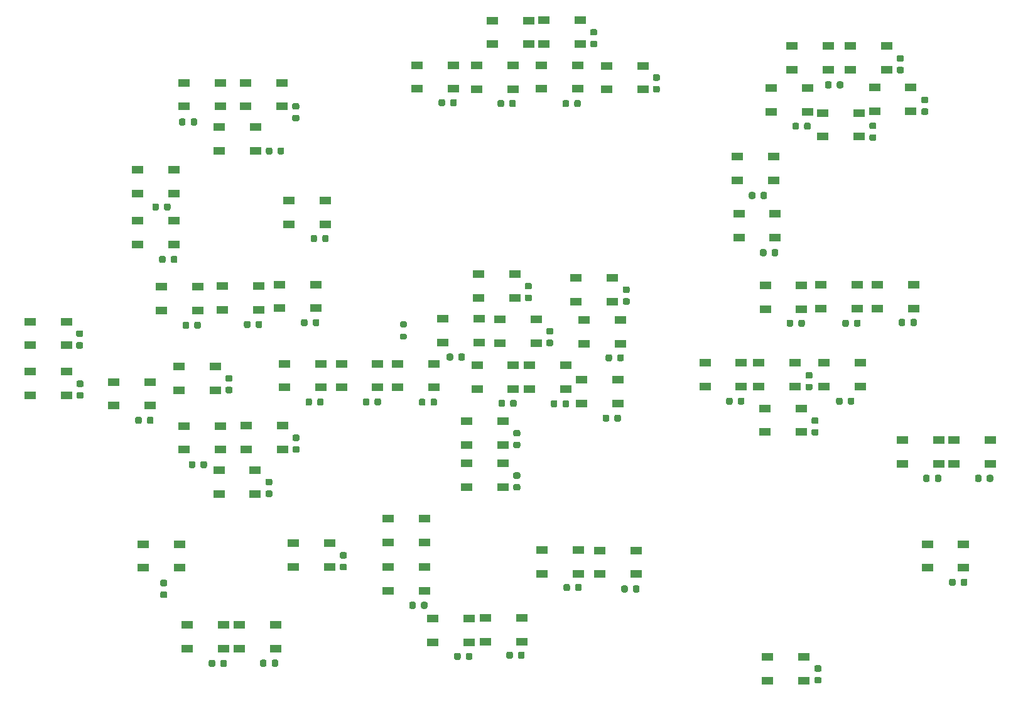
<source format=gbr>
%TF.GenerationSoftware,KiCad,Pcbnew,(5.1.9)-1*%
%TF.CreationDate,2022-08-07T13:29:13-06:00*%
%TF.ProjectId,ECS Panel PCB V2,45435320-5061-46e6-956c-205043422056,rev?*%
%TF.SameCoordinates,Original*%
%TF.FileFunction,Paste,Top*%
%TF.FilePolarity,Positive*%
%FSLAX46Y46*%
G04 Gerber Fmt 4.6, Leading zero omitted, Abs format (unit mm)*
G04 Created by KiCad (PCBNEW (5.1.9)-1) date 2022-08-07 13:29:13*
%MOMM*%
%LPD*%
G01*
G04 APERTURE LIST*
%ADD10R,1.500000X1.000000*%
G04 APERTURE END LIST*
D10*
%TO.C,D8*%
X49213600Y-82804200D03*
X49213600Y-86004200D03*
X54113600Y-82804200D03*
X54113600Y-86004200D03*
%TD*%
%TO.C,C62*%
G36*
G01*
X89043750Y-130862000D02*
X89556250Y-130862000D01*
G75*
G02*
X89775000Y-131080750I0J-218750D01*
G01*
X89775000Y-131518250D01*
G75*
G02*
X89556250Y-131737000I-218750J0D01*
G01*
X89043750Y-131737000D01*
G75*
G02*
X88825000Y-131518250I0J218750D01*
G01*
X88825000Y-131080750D01*
G75*
G02*
X89043750Y-130862000I218750J0D01*
G01*
G37*
G36*
G01*
X89043750Y-129287000D02*
X89556250Y-129287000D01*
G75*
G02*
X89775000Y-129505750I0J-218750D01*
G01*
X89775000Y-129943250D01*
G75*
G02*
X89556250Y-130162000I-218750J0D01*
G01*
X89043750Y-130162000D01*
G75*
G02*
X88825000Y-129943250I0J218750D01*
G01*
X88825000Y-129505750D01*
G75*
G02*
X89043750Y-129287000I218750J0D01*
G01*
G37*
%TD*%
%TO.C,C61*%
G36*
G01*
X89043750Y-125162000D02*
X89556250Y-125162000D01*
G75*
G02*
X89775000Y-125380750I0J-218750D01*
G01*
X89775000Y-125818250D01*
G75*
G02*
X89556250Y-126037000I-218750J0D01*
G01*
X89043750Y-126037000D01*
G75*
G02*
X88825000Y-125818250I0J218750D01*
G01*
X88825000Y-125380750D01*
G75*
G02*
X89043750Y-125162000I218750J0D01*
G01*
G37*
G36*
G01*
X89043750Y-123587000D02*
X89556250Y-123587000D01*
G75*
G02*
X89775000Y-123805750I0J-218750D01*
G01*
X89775000Y-124243250D01*
G75*
G02*
X89556250Y-124462000I-218750J0D01*
G01*
X89043750Y-124462000D01*
G75*
G02*
X88825000Y-124243250I0J218750D01*
G01*
X88825000Y-123805750D01*
G75*
G02*
X89043750Y-123587000I218750J0D01*
G01*
G37*
%TD*%
%TO.C,C60*%
G36*
G01*
X56262500Y-155256250D02*
X56262500Y-154743750D01*
G75*
G02*
X56481250Y-154525000I218750J0D01*
G01*
X56918750Y-154525000D01*
G75*
G02*
X57137500Y-154743750I0J-218750D01*
G01*
X57137500Y-155256250D01*
G75*
G02*
X56918750Y-155475000I-218750J0D01*
G01*
X56481250Y-155475000D01*
G75*
G02*
X56262500Y-155256250I0J218750D01*
G01*
G37*
G36*
G01*
X54687500Y-155256250D02*
X54687500Y-154743750D01*
G75*
G02*
X54906250Y-154525000I218750J0D01*
G01*
X55343750Y-154525000D01*
G75*
G02*
X55562500Y-154743750I0J-218750D01*
G01*
X55562500Y-155256250D01*
G75*
G02*
X55343750Y-155475000I-218750J0D01*
G01*
X54906250Y-155475000D01*
G75*
G02*
X54687500Y-155256250I0J218750D01*
G01*
G37*
%TD*%
%TO.C,C59*%
G36*
G01*
X123662000Y-99956250D02*
X123662000Y-99443750D01*
G75*
G02*
X123880750Y-99225000I218750J0D01*
G01*
X124318250Y-99225000D01*
G75*
G02*
X124537000Y-99443750I0J-218750D01*
G01*
X124537000Y-99956250D01*
G75*
G02*
X124318250Y-100175000I-218750J0D01*
G01*
X123880750Y-100175000D01*
G75*
G02*
X123662000Y-99956250I0J218750D01*
G01*
G37*
G36*
G01*
X122087000Y-99956250D02*
X122087000Y-99443750D01*
G75*
G02*
X122305750Y-99225000I218750J0D01*
G01*
X122743250Y-99225000D01*
G75*
G02*
X122962000Y-99443750I0J-218750D01*
G01*
X122962000Y-99956250D01*
G75*
G02*
X122743250Y-100175000I-218750J0D01*
G01*
X122305750Y-100175000D01*
G75*
G02*
X122087000Y-99956250I0J218750D01*
G01*
G37*
%TD*%
%TO.C,C58*%
G36*
G01*
X134762000Y-109456250D02*
X134762000Y-108943750D01*
G75*
G02*
X134980750Y-108725000I218750J0D01*
G01*
X135418250Y-108725000D01*
G75*
G02*
X135637000Y-108943750I0J-218750D01*
G01*
X135637000Y-109456250D01*
G75*
G02*
X135418250Y-109675000I-218750J0D01*
G01*
X134980750Y-109675000D01*
G75*
G02*
X134762000Y-109456250I0J218750D01*
G01*
G37*
G36*
G01*
X133187000Y-109456250D02*
X133187000Y-108943750D01*
G75*
G02*
X133405750Y-108725000I218750J0D01*
G01*
X133843250Y-108725000D01*
G75*
G02*
X134062000Y-108943750I0J-218750D01*
G01*
X134062000Y-109456250D01*
G75*
G02*
X133843250Y-109675000I-218750J0D01*
G01*
X133405750Y-109675000D01*
G75*
G02*
X133187000Y-109456250I0J218750D01*
G01*
G37*
%TD*%
%TO.C,C57*%
G36*
G01*
X142362000Y-109356250D02*
X142362000Y-108843750D01*
G75*
G02*
X142580750Y-108625000I218750J0D01*
G01*
X143018250Y-108625000D01*
G75*
G02*
X143237000Y-108843750I0J-218750D01*
G01*
X143237000Y-109356250D01*
G75*
G02*
X143018250Y-109575000I-218750J0D01*
G01*
X142580750Y-109575000D01*
G75*
G02*
X142362000Y-109356250I0J218750D01*
G01*
G37*
G36*
G01*
X140787000Y-109356250D02*
X140787000Y-108843750D01*
G75*
G02*
X141005750Y-108625000I218750J0D01*
G01*
X141443250Y-108625000D01*
G75*
G02*
X141662000Y-108843750I0J-218750D01*
G01*
X141662000Y-109356250D01*
G75*
G02*
X141443250Y-109575000I-218750J0D01*
G01*
X141005750Y-109575000D01*
G75*
G02*
X140787000Y-109356250I0J218750D01*
G01*
G37*
%TD*%
%TO.C,C56*%
G36*
G01*
X122162000Y-92256250D02*
X122162000Y-91743750D01*
G75*
G02*
X122380750Y-91525000I218750J0D01*
G01*
X122818250Y-91525000D01*
G75*
G02*
X123037000Y-91743750I0J-218750D01*
G01*
X123037000Y-92256250D01*
G75*
G02*
X122818250Y-92475000I-218750J0D01*
G01*
X122380750Y-92475000D01*
G75*
G02*
X122162000Y-92256250I0J218750D01*
G01*
G37*
G36*
G01*
X120587000Y-92256250D02*
X120587000Y-91743750D01*
G75*
G02*
X120805750Y-91525000I218750J0D01*
G01*
X121243250Y-91525000D01*
G75*
G02*
X121462000Y-91743750I0J-218750D01*
G01*
X121462000Y-92256250D01*
G75*
G02*
X121243250Y-92475000I-218750J0D01*
G01*
X120805750Y-92475000D01*
G75*
G02*
X120587000Y-92256250I0J218750D01*
G01*
G37*
%TD*%
%TO.C,C55*%
G36*
G01*
X137043750Y-83762500D02*
X137556250Y-83762500D01*
G75*
G02*
X137775000Y-83981250I0J-218750D01*
G01*
X137775000Y-84418750D01*
G75*
G02*
X137556250Y-84637500I-218750J0D01*
G01*
X137043750Y-84637500D01*
G75*
G02*
X136825000Y-84418750I0J218750D01*
G01*
X136825000Y-83981250D01*
G75*
G02*
X137043750Y-83762500I218750J0D01*
G01*
G37*
G36*
G01*
X137043750Y-82187500D02*
X137556250Y-82187500D01*
G75*
G02*
X137775000Y-82406250I0J-218750D01*
G01*
X137775000Y-82843750D01*
G75*
G02*
X137556250Y-83062500I-218750J0D01*
G01*
X137043750Y-83062500D01*
G75*
G02*
X136825000Y-82843750I0J218750D01*
G01*
X136825000Y-82406250D01*
G75*
G02*
X137043750Y-82187500I218750J0D01*
G01*
G37*
%TD*%
%TO.C,C54*%
G36*
G01*
X144043750Y-80262500D02*
X144556250Y-80262500D01*
G75*
G02*
X144775000Y-80481250I0J-218750D01*
G01*
X144775000Y-80918750D01*
G75*
G02*
X144556250Y-81137500I-218750J0D01*
G01*
X144043750Y-81137500D01*
G75*
G02*
X143825000Y-80918750I0J218750D01*
G01*
X143825000Y-80481250D01*
G75*
G02*
X144043750Y-80262500I218750J0D01*
G01*
G37*
G36*
G01*
X144043750Y-78687500D02*
X144556250Y-78687500D01*
G75*
G02*
X144775000Y-78906250I0J-218750D01*
G01*
X144775000Y-79343750D01*
G75*
G02*
X144556250Y-79562500I-218750J0D01*
G01*
X144043750Y-79562500D01*
G75*
G02*
X143825000Y-79343750I0J218750D01*
G01*
X143825000Y-78906250D01*
G75*
G02*
X144043750Y-78687500I218750J0D01*
G01*
G37*
%TD*%
%TO.C,C53*%
G36*
G01*
X140743750Y-74662500D02*
X141256250Y-74662500D01*
G75*
G02*
X141475000Y-74881250I0J-218750D01*
G01*
X141475000Y-75318750D01*
G75*
G02*
X141256250Y-75537500I-218750J0D01*
G01*
X140743750Y-75537500D01*
G75*
G02*
X140525000Y-75318750I0J218750D01*
G01*
X140525000Y-74881250D01*
G75*
G02*
X140743750Y-74662500I218750J0D01*
G01*
G37*
G36*
G01*
X140743750Y-73087500D02*
X141256250Y-73087500D01*
G75*
G02*
X141475000Y-73306250I0J-218750D01*
G01*
X141475000Y-73743750D01*
G75*
G02*
X141256250Y-73962500I-218750J0D01*
G01*
X140743750Y-73962500D01*
G75*
G02*
X140525000Y-73743750I0J218750D01*
G01*
X140525000Y-73306250D01*
G75*
G02*
X140743750Y-73087500I218750J0D01*
G01*
G37*
%TD*%
%TO.C,C52*%
G36*
G01*
X131738000Y-76843750D02*
X131738000Y-77356250D01*
G75*
G02*
X131519250Y-77575000I-218750J0D01*
G01*
X131081750Y-77575000D01*
G75*
G02*
X130863000Y-77356250I0J218750D01*
G01*
X130863000Y-76843750D01*
G75*
G02*
X131081750Y-76625000I218750J0D01*
G01*
X131519250Y-76625000D01*
G75*
G02*
X131738000Y-76843750I0J-218750D01*
G01*
G37*
G36*
G01*
X133313000Y-76843750D02*
X133313000Y-77356250D01*
G75*
G02*
X133094250Y-77575000I-218750J0D01*
G01*
X132656750Y-77575000D01*
G75*
G02*
X132438000Y-77356250I0J218750D01*
G01*
X132438000Y-76843750D01*
G75*
G02*
X132656750Y-76625000I218750J0D01*
G01*
X133094250Y-76625000D01*
G75*
G02*
X133313000Y-76843750I0J-218750D01*
G01*
G37*
%TD*%
%TO.C,C51*%
G36*
G01*
X127262000Y-109456250D02*
X127262000Y-108943750D01*
G75*
G02*
X127480750Y-108725000I218750J0D01*
G01*
X127918250Y-108725000D01*
G75*
G02*
X128137000Y-108943750I0J-218750D01*
G01*
X128137000Y-109456250D01*
G75*
G02*
X127918250Y-109675000I-218750J0D01*
G01*
X127480750Y-109675000D01*
G75*
G02*
X127262000Y-109456250I0J218750D01*
G01*
G37*
G36*
G01*
X125687000Y-109456250D02*
X125687000Y-108943750D01*
G75*
G02*
X125905750Y-108725000I218750J0D01*
G01*
X126343250Y-108725000D01*
G75*
G02*
X126562000Y-108943750I0J-218750D01*
G01*
X126562000Y-109456250D01*
G75*
G02*
X126343250Y-109675000I-218750J0D01*
G01*
X125905750Y-109675000D01*
G75*
G02*
X125687000Y-109456250I0J218750D01*
G01*
G37*
%TD*%
%TO.C,C50*%
G36*
G01*
X129643750Y-156862000D02*
X130156250Y-156862000D01*
G75*
G02*
X130375000Y-157080750I0J-218750D01*
G01*
X130375000Y-157518250D01*
G75*
G02*
X130156250Y-157737000I-218750J0D01*
G01*
X129643750Y-157737000D01*
G75*
G02*
X129425000Y-157518250I0J218750D01*
G01*
X129425000Y-157080750D01*
G75*
G02*
X129643750Y-156862000I218750J0D01*
G01*
G37*
G36*
G01*
X129643750Y-155287000D02*
X130156250Y-155287000D01*
G75*
G02*
X130375000Y-155505750I0J-218750D01*
G01*
X130375000Y-155943250D01*
G75*
G02*
X130156250Y-156162000I-218750J0D01*
G01*
X129643750Y-156162000D01*
G75*
G02*
X129425000Y-155943250I0J218750D01*
G01*
X129425000Y-155505750D01*
G75*
G02*
X129643750Y-155287000I218750J0D01*
G01*
G37*
%TD*%
%TO.C,C49*%
G36*
G01*
X149162000Y-144356250D02*
X149162000Y-143843750D01*
G75*
G02*
X149380750Y-143625000I218750J0D01*
G01*
X149818250Y-143625000D01*
G75*
G02*
X150037000Y-143843750I0J-218750D01*
G01*
X150037000Y-144356250D01*
G75*
G02*
X149818250Y-144575000I-218750J0D01*
G01*
X149380750Y-144575000D01*
G75*
G02*
X149162000Y-144356250I0J218750D01*
G01*
G37*
G36*
G01*
X147587000Y-144356250D02*
X147587000Y-143843750D01*
G75*
G02*
X147805750Y-143625000I218750J0D01*
G01*
X148243250Y-143625000D01*
G75*
G02*
X148462000Y-143843750I0J-218750D01*
G01*
X148462000Y-144356250D01*
G75*
G02*
X148243250Y-144575000I-218750J0D01*
G01*
X147805750Y-144575000D01*
G75*
G02*
X147587000Y-144356250I0J218750D01*
G01*
G37*
%TD*%
%TO.C,C48*%
G36*
G01*
X152662000Y-130356250D02*
X152662000Y-129843750D01*
G75*
G02*
X152880750Y-129625000I218750J0D01*
G01*
X153318250Y-129625000D01*
G75*
G02*
X153537000Y-129843750I0J-218750D01*
G01*
X153537000Y-130356250D01*
G75*
G02*
X153318250Y-130575000I-218750J0D01*
G01*
X152880750Y-130575000D01*
G75*
G02*
X152662000Y-130356250I0J218750D01*
G01*
G37*
G36*
G01*
X151087000Y-130356250D02*
X151087000Y-129843750D01*
G75*
G02*
X151305750Y-129625000I218750J0D01*
G01*
X151743250Y-129625000D01*
G75*
G02*
X151962000Y-129843750I0J-218750D01*
G01*
X151962000Y-130356250D01*
G75*
G02*
X151743250Y-130575000I-218750J0D01*
G01*
X151305750Y-130575000D01*
G75*
G02*
X151087000Y-130356250I0J218750D01*
G01*
G37*
%TD*%
%TO.C,C47*%
G36*
G01*
X133927000Y-119956250D02*
X133927000Y-119443750D01*
G75*
G02*
X134145750Y-119225000I218750J0D01*
G01*
X134583250Y-119225000D01*
G75*
G02*
X134802000Y-119443750I0J-218750D01*
G01*
X134802000Y-119956250D01*
G75*
G02*
X134583250Y-120175000I-218750J0D01*
G01*
X134145750Y-120175000D01*
G75*
G02*
X133927000Y-119956250I0J218750D01*
G01*
G37*
G36*
G01*
X132352000Y-119956250D02*
X132352000Y-119443750D01*
G75*
G02*
X132570750Y-119225000I218750J0D01*
G01*
X133008250Y-119225000D01*
G75*
G02*
X133227000Y-119443750I0J-218750D01*
G01*
X133227000Y-119956250D01*
G75*
G02*
X133008250Y-120175000I-218750J0D01*
G01*
X132570750Y-120175000D01*
G75*
G02*
X132352000Y-119956250I0J218750D01*
G01*
G37*
%TD*%
%TO.C,C46*%
G36*
G01*
X128443750Y-117362000D02*
X128956250Y-117362000D01*
G75*
G02*
X129175000Y-117580750I0J-218750D01*
G01*
X129175000Y-118018250D01*
G75*
G02*
X128956250Y-118237000I-218750J0D01*
G01*
X128443750Y-118237000D01*
G75*
G02*
X128225000Y-118018250I0J218750D01*
G01*
X128225000Y-117580750D01*
G75*
G02*
X128443750Y-117362000I218750J0D01*
G01*
G37*
G36*
G01*
X128443750Y-115787000D02*
X128956250Y-115787000D01*
G75*
G02*
X129175000Y-116005750I0J-218750D01*
G01*
X129175000Y-116443250D01*
G75*
G02*
X128956250Y-116662000I-218750J0D01*
G01*
X128443750Y-116662000D01*
G75*
G02*
X128225000Y-116443250I0J218750D01*
G01*
X128225000Y-116005750D01*
G75*
G02*
X128443750Y-115787000I218750J0D01*
G01*
G37*
%TD*%
%TO.C,C45*%
G36*
G01*
X145662000Y-130356250D02*
X145662000Y-129843750D01*
G75*
G02*
X145880750Y-129625000I218750J0D01*
G01*
X146318250Y-129625000D01*
G75*
G02*
X146537000Y-129843750I0J-218750D01*
G01*
X146537000Y-130356250D01*
G75*
G02*
X146318250Y-130575000I-218750J0D01*
G01*
X145880750Y-130575000D01*
G75*
G02*
X145662000Y-130356250I0J218750D01*
G01*
G37*
G36*
G01*
X144087000Y-130356250D02*
X144087000Y-129843750D01*
G75*
G02*
X144305750Y-129625000I218750J0D01*
G01*
X144743250Y-129625000D01*
G75*
G02*
X144962000Y-129843750I0J-218750D01*
G01*
X144962000Y-130356250D01*
G75*
G02*
X144743250Y-130575000I-218750J0D01*
G01*
X144305750Y-130575000D01*
G75*
G02*
X144087000Y-130356250I0J218750D01*
G01*
G37*
%TD*%
%TO.C,C44*%
G36*
G01*
X129243750Y-123462000D02*
X129756250Y-123462000D01*
G75*
G02*
X129975000Y-123680750I0J-218750D01*
G01*
X129975000Y-124118250D01*
G75*
G02*
X129756250Y-124337000I-218750J0D01*
G01*
X129243750Y-124337000D01*
G75*
G02*
X129025000Y-124118250I0J218750D01*
G01*
X129025000Y-123680750D01*
G75*
G02*
X129243750Y-123462000I218750J0D01*
G01*
G37*
G36*
G01*
X129243750Y-121887000D02*
X129756250Y-121887000D01*
G75*
G02*
X129975000Y-122105750I0J-218750D01*
G01*
X129975000Y-122543250D01*
G75*
G02*
X129756250Y-122762000I-218750J0D01*
G01*
X129243750Y-122762000D01*
G75*
G02*
X129025000Y-122543250I0J218750D01*
G01*
X129025000Y-122105750D01*
G75*
G02*
X129243750Y-121887000I218750J0D01*
G01*
G37*
%TD*%
%TO.C,C43*%
G36*
G01*
X119097000Y-119956250D02*
X119097000Y-119443750D01*
G75*
G02*
X119315750Y-119225000I218750J0D01*
G01*
X119753250Y-119225000D01*
G75*
G02*
X119972000Y-119443750I0J-218750D01*
G01*
X119972000Y-119956250D01*
G75*
G02*
X119753250Y-120175000I-218750J0D01*
G01*
X119315750Y-120175000D01*
G75*
G02*
X119097000Y-119956250I0J218750D01*
G01*
G37*
G36*
G01*
X117522000Y-119956250D02*
X117522000Y-119443750D01*
G75*
G02*
X117740750Y-119225000I218750J0D01*
G01*
X118178250Y-119225000D01*
G75*
G02*
X118397000Y-119443750I0J-218750D01*
G01*
X118397000Y-119956250D01*
G75*
G02*
X118178250Y-120175000I-218750J0D01*
G01*
X117740750Y-120175000D01*
G75*
G02*
X117522000Y-119956250I0J218750D01*
G01*
G37*
%TD*%
%TO.C,C42*%
G36*
G01*
X104962000Y-145256250D02*
X104962000Y-144743750D01*
G75*
G02*
X105180750Y-144525000I218750J0D01*
G01*
X105618250Y-144525000D01*
G75*
G02*
X105837000Y-144743750I0J-218750D01*
G01*
X105837000Y-145256250D01*
G75*
G02*
X105618250Y-145475000I-218750J0D01*
G01*
X105180750Y-145475000D01*
G75*
G02*
X104962000Y-145256250I0J218750D01*
G01*
G37*
G36*
G01*
X103387000Y-145256250D02*
X103387000Y-144743750D01*
G75*
G02*
X103605750Y-144525000I218750J0D01*
G01*
X104043250Y-144525000D01*
G75*
G02*
X104262000Y-144743750I0J-218750D01*
G01*
X104262000Y-145256250D01*
G75*
G02*
X104043250Y-145475000I-218750J0D01*
G01*
X103605750Y-145475000D01*
G75*
G02*
X103387000Y-145256250I0J218750D01*
G01*
G37*
%TD*%
%TO.C,C41*%
G36*
G01*
X97162500Y-145056250D02*
X97162500Y-144543750D01*
G75*
G02*
X97381250Y-144325000I218750J0D01*
G01*
X97818750Y-144325000D01*
G75*
G02*
X98037500Y-144543750I0J-218750D01*
G01*
X98037500Y-145056250D01*
G75*
G02*
X97818750Y-145275000I-218750J0D01*
G01*
X97381250Y-145275000D01*
G75*
G02*
X97162500Y-145056250I0J218750D01*
G01*
G37*
G36*
G01*
X95587500Y-145056250D02*
X95587500Y-144543750D01*
G75*
G02*
X95806250Y-144325000I218750J0D01*
G01*
X96243750Y-144325000D01*
G75*
G02*
X96462500Y-144543750I0J-218750D01*
G01*
X96462500Y-145056250D01*
G75*
G02*
X96243750Y-145275000I-218750J0D01*
G01*
X95806250Y-145275000D01*
G75*
G02*
X95587500Y-145056250I0J218750D01*
G01*
G37*
%TD*%
%TO.C,C40*%
G36*
G01*
X82432500Y-154336250D02*
X82432500Y-153823750D01*
G75*
G02*
X82651250Y-153605000I218750J0D01*
G01*
X83088750Y-153605000D01*
G75*
G02*
X83307500Y-153823750I0J-218750D01*
G01*
X83307500Y-154336250D01*
G75*
G02*
X83088750Y-154555000I-218750J0D01*
G01*
X82651250Y-154555000D01*
G75*
G02*
X82432500Y-154336250I0J218750D01*
G01*
G37*
G36*
G01*
X80857500Y-154336250D02*
X80857500Y-153823750D01*
G75*
G02*
X81076250Y-153605000I218750J0D01*
G01*
X81513750Y-153605000D01*
G75*
G02*
X81732500Y-153823750I0J-218750D01*
G01*
X81732500Y-154336250D01*
G75*
G02*
X81513750Y-154555000I-218750J0D01*
G01*
X81076250Y-154555000D01*
G75*
G02*
X80857500Y-154336250I0J218750D01*
G01*
G37*
%TD*%
%TO.C,C39*%
G36*
G01*
X89478500Y-154180250D02*
X89478500Y-153667750D01*
G75*
G02*
X89697250Y-153449000I218750J0D01*
G01*
X90134750Y-153449000D01*
G75*
G02*
X90353500Y-153667750I0J-218750D01*
G01*
X90353500Y-154180250D01*
G75*
G02*
X90134750Y-154399000I-218750J0D01*
G01*
X89697250Y-154399000D01*
G75*
G02*
X89478500Y-154180250I0J218750D01*
G01*
G37*
G36*
G01*
X87903500Y-154180250D02*
X87903500Y-153667750D01*
G75*
G02*
X88122250Y-153449000I218750J0D01*
G01*
X88559750Y-153449000D01*
G75*
G02*
X88778500Y-153667750I0J-218750D01*
G01*
X88778500Y-154180250D01*
G75*
G02*
X88559750Y-154399000I-218750J0D01*
G01*
X88122250Y-154399000D01*
G75*
G02*
X87903500Y-154180250I0J218750D01*
G01*
G37*
%TD*%
%TO.C,C38*%
G36*
G01*
X41956250Y-144637500D02*
X41443750Y-144637500D01*
G75*
G02*
X41225000Y-144418750I0J218750D01*
G01*
X41225000Y-143981250D01*
G75*
G02*
X41443750Y-143762500I218750J0D01*
G01*
X41956250Y-143762500D01*
G75*
G02*
X42175000Y-143981250I0J-218750D01*
G01*
X42175000Y-144418750D01*
G75*
G02*
X41956250Y-144637500I-218750J0D01*
G01*
G37*
G36*
G01*
X41956250Y-146212500D02*
X41443750Y-146212500D01*
G75*
G02*
X41225000Y-145993750I0J218750D01*
G01*
X41225000Y-145556250D01*
G75*
G02*
X41443750Y-145337500I218750J0D01*
G01*
X41956250Y-145337500D01*
G75*
G02*
X42175000Y-145556250I0J-218750D01*
G01*
X42175000Y-145993750D01*
G75*
G02*
X41956250Y-146212500I-218750J0D01*
G01*
G37*
%TD*%
%TO.C,C37*%
G36*
G01*
X49342500Y-155286250D02*
X49342500Y-154773750D01*
G75*
G02*
X49561250Y-154555000I218750J0D01*
G01*
X49998750Y-154555000D01*
G75*
G02*
X50217500Y-154773750I0J-218750D01*
G01*
X50217500Y-155286250D01*
G75*
G02*
X49998750Y-155505000I-218750J0D01*
G01*
X49561250Y-155505000D01*
G75*
G02*
X49342500Y-155286250I0J218750D01*
G01*
G37*
G36*
G01*
X47767500Y-155286250D02*
X47767500Y-154773750D01*
G75*
G02*
X47986250Y-154555000I218750J0D01*
G01*
X48423750Y-154555000D01*
G75*
G02*
X48642500Y-154773750I0J-218750D01*
G01*
X48642500Y-155286250D01*
G75*
G02*
X48423750Y-155505000I-218750J0D01*
G01*
X47986250Y-155505000D01*
G75*
G02*
X47767500Y-155286250I0J218750D01*
G01*
G37*
%TD*%
%TO.C,C36*%
G36*
G01*
X76382500Y-147456250D02*
X76382500Y-146943750D01*
G75*
G02*
X76601250Y-146725000I218750J0D01*
G01*
X77038750Y-146725000D01*
G75*
G02*
X77257500Y-146943750I0J-218750D01*
G01*
X77257500Y-147456250D01*
G75*
G02*
X77038750Y-147675000I-218750J0D01*
G01*
X76601250Y-147675000D01*
G75*
G02*
X76382500Y-147456250I0J218750D01*
G01*
G37*
G36*
G01*
X74807500Y-147456250D02*
X74807500Y-146943750D01*
G75*
G02*
X75026250Y-146725000I218750J0D01*
G01*
X75463750Y-146725000D01*
G75*
G02*
X75682500Y-146943750I0J-218750D01*
G01*
X75682500Y-147456250D01*
G75*
G02*
X75463750Y-147675000I-218750J0D01*
G01*
X75026250Y-147675000D01*
G75*
G02*
X74807500Y-147456250I0J218750D01*
G01*
G37*
%TD*%
%TO.C,C35*%
G36*
G01*
X65653750Y-141612000D02*
X66166250Y-141612000D01*
G75*
G02*
X66385000Y-141830750I0J-218750D01*
G01*
X66385000Y-142268250D01*
G75*
G02*
X66166250Y-142487000I-218750J0D01*
G01*
X65653750Y-142487000D01*
G75*
G02*
X65435000Y-142268250I0J218750D01*
G01*
X65435000Y-141830750D01*
G75*
G02*
X65653750Y-141612000I218750J0D01*
G01*
G37*
G36*
G01*
X65653750Y-140037000D02*
X66166250Y-140037000D01*
G75*
G02*
X66385000Y-140255750I0J-218750D01*
G01*
X66385000Y-140693250D01*
G75*
G02*
X66166250Y-140912000I-218750J0D01*
G01*
X65653750Y-140912000D01*
G75*
G02*
X65435000Y-140693250I0J218750D01*
G01*
X65435000Y-140255750D01*
G75*
G02*
X65653750Y-140037000I218750J0D01*
G01*
G37*
%TD*%
%TO.C,C34*%
G36*
G01*
X55623750Y-131742000D02*
X56136250Y-131742000D01*
G75*
G02*
X56355000Y-131960750I0J-218750D01*
G01*
X56355000Y-132398250D01*
G75*
G02*
X56136250Y-132617000I-218750J0D01*
G01*
X55623750Y-132617000D01*
G75*
G02*
X55405000Y-132398250I0J218750D01*
G01*
X55405000Y-131960750D01*
G75*
G02*
X55623750Y-131742000I218750J0D01*
G01*
G37*
G36*
G01*
X55623750Y-130167000D02*
X56136250Y-130167000D01*
G75*
G02*
X56355000Y-130385750I0J-218750D01*
G01*
X56355000Y-130823250D01*
G75*
G02*
X56136250Y-131042000I-218750J0D01*
G01*
X55623750Y-131042000D01*
G75*
G02*
X55405000Y-130823250I0J218750D01*
G01*
X55405000Y-130385750D01*
G75*
G02*
X55623750Y-130167000I218750J0D01*
G01*
G37*
%TD*%
%TO.C,C33*%
G36*
G01*
X59283750Y-125782000D02*
X59796250Y-125782000D01*
G75*
G02*
X60015000Y-126000750I0J-218750D01*
G01*
X60015000Y-126438250D01*
G75*
G02*
X59796250Y-126657000I-218750J0D01*
G01*
X59283750Y-126657000D01*
G75*
G02*
X59065000Y-126438250I0J218750D01*
G01*
X59065000Y-126000750D01*
G75*
G02*
X59283750Y-125782000I218750J0D01*
G01*
G37*
G36*
G01*
X59283750Y-124207000D02*
X59796250Y-124207000D01*
G75*
G02*
X60015000Y-124425750I0J-218750D01*
G01*
X60015000Y-124863250D01*
G75*
G02*
X59796250Y-125082000I-218750J0D01*
G01*
X59283750Y-125082000D01*
G75*
G02*
X59065000Y-124863250I0J218750D01*
G01*
X59065000Y-124425750D01*
G75*
G02*
X59283750Y-124207000I218750J0D01*
G01*
G37*
%TD*%
%TO.C,C32*%
G36*
G01*
X46652500Y-128506250D02*
X46652500Y-127993750D01*
G75*
G02*
X46871250Y-127775000I218750J0D01*
G01*
X47308750Y-127775000D01*
G75*
G02*
X47527500Y-127993750I0J-218750D01*
G01*
X47527500Y-128506250D01*
G75*
G02*
X47308750Y-128725000I-218750J0D01*
G01*
X46871250Y-128725000D01*
G75*
G02*
X46652500Y-128506250I0J218750D01*
G01*
G37*
G36*
G01*
X45077500Y-128506250D02*
X45077500Y-127993750D01*
G75*
G02*
X45296250Y-127775000I218750J0D01*
G01*
X45733750Y-127775000D01*
G75*
G02*
X45952500Y-127993750I0J-218750D01*
G01*
X45952500Y-128506250D01*
G75*
G02*
X45733750Y-128725000I-218750J0D01*
G01*
X45296250Y-128725000D01*
G75*
G02*
X45077500Y-128506250I0J218750D01*
G01*
G37*
%TD*%
%TO.C,C31*%
G36*
G01*
X128038000Y-82926250D02*
X128038000Y-82413750D01*
G75*
G02*
X128256750Y-82195000I218750J0D01*
G01*
X128694250Y-82195000D01*
G75*
G02*
X128913000Y-82413750I0J-218750D01*
G01*
X128913000Y-82926250D01*
G75*
G02*
X128694250Y-83145000I-218750J0D01*
G01*
X128256750Y-83145000D01*
G75*
G02*
X128038000Y-82926250I0J218750D01*
G01*
G37*
G36*
G01*
X126463000Y-82926250D02*
X126463000Y-82413750D01*
G75*
G02*
X126681750Y-82195000I218750J0D01*
G01*
X127119250Y-82195000D01*
G75*
G02*
X127338000Y-82413750I0J-218750D01*
G01*
X127338000Y-82926250D01*
G75*
G02*
X127119250Y-83145000I-218750J0D01*
G01*
X126681750Y-83145000D01*
G75*
G02*
X126463000Y-82926250I0J218750D01*
G01*
G37*
%TD*%
%TO.C,C30*%
G36*
G01*
X107863750Y-77252500D02*
X108376250Y-77252500D01*
G75*
G02*
X108595000Y-77471250I0J-218750D01*
G01*
X108595000Y-77908750D01*
G75*
G02*
X108376250Y-78127500I-218750J0D01*
G01*
X107863750Y-78127500D01*
G75*
G02*
X107645000Y-77908750I0J218750D01*
G01*
X107645000Y-77471250D01*
G75*
G02*
X107863750Y-77252500I218750J0D01*
G01*
G37*
G36*
G01*
X107863750Y-75677500D02*
X108376250Y-75677500D01*
G75*
G02*
X108595000Y-75896250I0J-218750D01*
G01*
X108595000Y-76333750D01*
G75*
G02*
X108376250Y-76552500I-218750J0D01*
G01*
X107863750Y-76552500D01*
G75*
G02*
X107645000Y-76333750I0J218750D01*
G01*
X107645000Y-75896250D01*
G75*
G02*
X107863750Y-75677500I218750J0D01*
G01*
G37*
%TD*%
%TO.C,C29*%
G36*
G01*
X99413750Y-71152500D02*
X99926250Y-71152500D01*
G75*
G02*
X100145000Y-71371250I0J-218750D01*
G01*
X100145000Y-71808750D01*
G75*
G02*
X99926250Y-72027500I-218750J0D01*
G01*
X99413750Y-72027500D01*
G75*
G02*
X99195000Y-71808750I0J218750D01*
G01*
X99195000Y-71371250D01*
G75*
G02*
X99413750Y-71152500I218750J0D01*
G01*
G37*
G36*
G01*
X99413750Y-69577500D02*
X99926250Y-69577500D01*
G75*
G02*
X100145000Y-69796250I0J-218750D01*
G01*
X100145000Y-70233750D01*
G75*
G02*
X99926250Y-70452500I-218750J0D01*
G01*
X99413750Y-70452500D01*
G75*
G02*
X99195000Y-70233750I0J218750D01*
G01*
X99195000Y-69796250D01*
G75*
G02*
X99413750Y-69577500I218750J0D01*
G01*
G37*
%TD*%
%TO.C,C28*%
G36*
G01*
X97042500Y-79886250D02*
X97042500Y-79373750D01*
G75*
G02*
X97261250Y-79155000I218750J0D01*
G01*
X97698750Y-79155000D01*
G75*
G02*
X97917500Y-79373750I0J-218750D01*
G01*
X97917500Y-79886250D01*
G75*
G02*
X97698750Y-80105000I-218750J0D01*
G01*
X97261250Y-80105000D01*
G75*
G02*
X97042500Y-79886250I0J218750D01*
G01*
G37*
G36*
G01*
X95467500Y-79886250D02*
X95467500Y-79373750D01*
G75*
G02*
X95686250Y-79155000I218750J0D01*
G01*
X96123750Y-79155000D01*
G75*
G02*
X96342500Y-79373750I0J-218750D01*
G01*
X96342500Y-79886250D01*
G75*
G02*
X96123750Y-80105000I-218750J0D01*
G01*
X95686250Y-80105000D01*
G75*
G02*
X95467500Y-79886250I0J218750D01*
G01*
G37*
%TD*%
%TO.C,C27*%
G36*
G01*
X88292500Y-79866250D02*
X88292500Y-79353750D01*
G75*
G02*
X88511250Y-79135000I218750J0D01*
G01*
X88948750Y-79135000D01*
G75*
G02*
X89167500Y-79353750I0J-218750D01*
G01*
X89167500Y-79866250D01*
G75*
G02*
X88948750Y-80085000I-218750J0D01*
G01*
X88511250Y-80085000D01*
G75*
G02*
X88292500Y-79866250I0J218750D01*
G01*
G37*
G36*
G01*
X86717500Y-79866250D02*
X86717500Y-79353750D01*
G75*
G02*
X86936250Y-79135000I218750J0D01*
G01*
X87373750Y-79135000D01*
G75*
G02*
X87592500Y-79353750I0J-218750D01*
G01*
X87592500Y-79866250D01*
G75*
G02*
X87373750Y-80085000I-218750J0D01*
G01*
X86936250Y-80085000D01*
G75*
G02*
X86717500Y-79866250I0J218750D01*
G01*
G37*
%TD*%
%TO.C,C26*%
G36*
G01*
X80332500Y-79756250D02*
X80332500Y-79243750D01*
G75*
G02*
X80551250Y-79025000I218750J0D01*
G01*
X80988750Y-79025000D01*
G75*
G02*
X81207500Y-79243750I0J-218750D01*
G01*
X81207500Y-79756250D01*
G75*
G02*
X80988750Y-79975000I-218750J0D01*
G01*
X80551250Y-79975000D01*
G75*
G02*
X80332500Y-79756250I0J218750D01*
G01*
G37*
G36*
G01*
X78757500Y-79756250D02*
X78757500Y-79243750D01*
G75*
G02*
X78976250Y-79025000I218750J0D01*
G01*
X79413750Y-79025000D01*
G75*
G02*
X79632500Y-79243750I0J-218750D01*
G01*
X79632500Y-79756250D01*
G75*
G02*
X79413750Y-79975000I-218750J0D01*
G01*
X78976250Y-79975000D01*
G75*
G02*
X78757500Y-79756250I0J218750D01*
G01*
G37*
%TD*%
%TO.C,C25*%
G36*
G01*
X81422500Y-114016250D02*
X81422500Y-113503750D01*
G75*
G02*
X81641250Y-113285000I218750J0D01*
G01*
X82078750Y-113285000D01*
G75*
G02*
X82297500Y-113503750I0J-218750D01*
G01*
X82297500Y-114016250D01*
G75*
G02*
X82078750Y-114235000I-218750J0D01*
G01*
X81641250Y-114235000D01*
G75*
G02*
X81422500Y-114016250I0J218750D01*
G01*
G37*
G36*
G01*
X79847500Y-114016250D02*
X79847500Y-113503750D01*
G75*
G02*
X80066250Y-113285000I218750J0D01*
G01*
X80503750Y-113285000D01*
G75*
G02*
X80722500Y-113503750I0J-218750D01*
G01*
X80722500Y-114016250D01*
G75*
G02*
X80503750Y-114235000I-218750J0D01*
G01*
X80066250Y-114235000D01*
G75*
G02*
X79847500Y-114016250I0J218750D01*
G01*
G37*
%TD*%
%TO.C,C24*%
G36*
G01*
X93493750Y-111418000D02*
X94006250Y-111418000D01*
G75*
G02*
X94225000Y-111636750I0J-218750D01*
G01*
X94225000Y-112074250D01*
G75*
G02*
X94006250Y-112293000I-218750J0D01*
G01*
X93493750Y-112293000D01*
G75*
G02*
X93275000Y-112074250I0J218750D01*
G01*
X93275000Y-111636750D01*
G75*
G02*
X93493750Y-111418000I218750J0D01*
G01*
G37*
G36*
G01*
X93493750Y-109843000D02*
X94006250Y-109843000D01*
G75*
G02*
X94225000Y-110061750I0J-218750D01*
G01*
X94225000Y-110499250D01*
G75*
G02*
X94006250Y-110718000I-218750J0D01*
G01*
X93493750Y-110718000D01*
G75*
G02*
X93275000Y-110499250I0J218750D01*
G01*
X93275000Y-110061750D01*
G75*
G02*
X93493750Y-109843000I218750J0D01*
G01*
G37*
%TD*%
%TO.C,C23*%
G36*
G01*
X90603750Y-105352000D02*
X91116250Y-105352000D01*
G75*
G02*
X91335000Y-105570750I0J-218750D01*
G01*
X91335000Y-106008250D01*
G75*
G02*
X91116250Y-106227000I-218750J0D01*
G01*
X90603750Y-106227000D01*
G75*
G02*
X90385000Y-106008250I0J218750D01*
G01*
X90385000Y-105570750D01*
G75*
G02*
X90603750Y-105352000I218750J0D01*
G01*
G37*
G36*
G01*
X90603750Y-103777000D02*
X91116250Y-103777000D01*
G75*
G02*
X91335000Y-103995750I0J-218750D01*
G01*
X91335000Y-104433250D01*
G75*
G02*
X91116250Y-104652000I-218750J0D01*
G01*
X90603750Y-104652000D01*
G75*
G02*
X90385000Y-104433250I0J218750D01*
G01*
X90385000Y-103995750D01*
G75*
G02*
X90603750Y-103777000I218750J0D01*
G01*
G37*
%TD*%
%TO.C,C22*%
G36*
G01*
X103793750Y-105832000D02*
X104306250Y-105832000D01*
G75*
G02*
X104525000Y-106050750I0J-218750D01*
G01*
X104525000Y-106488250D01*
G75*
G02*
X104306250Y-106707000I-218750J0D01*
G01*
X103793750Y-106707000D01*
G75*
G02*
X103575000Y-106488250I0J218750D01*
G01*
X103575000Y-106050750D01*
G75*
G02*
X103793750Y-105832000I218750J0D01*
G01*
G37*
G36*
G01*
X103793750Y-104257000D02*
X104306250Y-104257000D01*
G75*
G02*
X104525000Y-104475750I0J-218750D01*
G01*
X104525000Y-104913250D01*
G75*
G02*
X104306250Y-105132000I-218750J0D01*
G01*
X103793750Y-105132000D01*
G75*
G02*
X103575000Y-104913250I0J218750D01*
G01*
X103575000Y-104475750D01*
G75*
G02*
X103793750Y-104257000I218750J0D01*
G01*
G37*
%TD*%
%TO.C,C21*%
G36*
G01*
X102460000Y-122246250D02*
X102460000Y-121733750D01*
G75*
G02*
X102678750Y-121515000I218750J0D01*
G01*
X103116250Y-121515000D01*
G75*
G02*
X103335000Y-121733750I0J-218750D01*
G01*
X103335000Y-122246250D01*
G75*
G02*
X103116250Y-122465000I-218750J0D01*
G01*
X102678750Y-122465000D01*
G75*
G02*
X102460000Y-122246250I0J218750D01*
G01*
G37*
G36*
G01*
X100885000Y-122246250D02*
X100885000Y-121733750D01*
G75*
G02*
X101103750Y-121515000I218750J0D01*
G01*
X101541250Y-121515000D01*
G75*
G02*
X101760000Y-121733750I0J-218750D01*
G01*
X101760000Y-122246250D01*
G75*
G02*
X101541250Y-122465000I-218750J0D01*
G01*
X101103750Y-122465000D01*
G75*
G02*
X100885000Y-122246250I0J218750D01*
G01*
G37*
%TD*%
%TO.C,C20*%
G36*
G01*
X102842000Y-114116250D02*
X102842000Y-113603750D01*
G75*
G02*
X103060750Y-113385000I218750J0D01*
G01*
X103498250Y-113385000D01*
G75*
G02*
X103717000Y-113603750I0J-218750D01*
G01*
X103717000Y-114116250D01*
G75*
G02*
X103498250Y-114335000I-218750J0D01*
G01*
X103060750Y-114335000D01*
G75*
G02*
X102842000Y-114116250I0J218750D01*
G01*
G37*
G36*
G01*
X101267000Y-114116250D02*
X101267000Y-113603750D01*
G75*
G02*
X101485750Y-113385000I218750J0D01*
G01*
X101923250Y-113385000D01*
G75*
G02*
X102142000Y-113603750I0J-218750D01*
G01*
X102142000Y-114116250D01*
G75*
G02*
X101923250Y-114335000I-218750J0D01*
G01*
X101485750Y-114335000D01*
G75*
G02*
X101267000Y-114116250I0J218750D01*
G01*
G37*
%TD*%
%TO.C,C19*%
G36*
G01*
X95460000Y-120316250D02*
X95460000Y-119803750D01*
G75*
G02*
X95678750Y-119585000I218750J0D01*
G01*
X96116250Y-119585000D01*
G75*
G02*
X96335000Y-119803750I0J-218750D01*
G01*
X96335000Y-120316250D01*
G75*
G02*
X96116250Y-120535000I-218750J0D01*
G01*
X95678750Y-120535000D01*
G75*
G02*
X95460000Y-120316250I0J218750D01*
G01*
G37*
G36*
G01*
X93885000Y-120316250D02*
X93885000Y-119803750D01*
G75*
G02*
X94103750Y-119585000I218750J0D01*
G01*
X94541250Y-119585000D01*
G75*
G02*
X94760000Y-119803750I0J-218750D01*
G01*
X94760000Y-120316250D01*
G75*
G02*
X94541250Y-120535000I-218750J0D01*
G01*
X94103750Y-120535000D01*
G75*
G02*
X93885000Y-120316250I0J218750D01*
G01*
G37*
%TD*%
%TO.C,C18*%
G36*
G01*
X88402500Y-120246250D02*
X88402500Y-119733750D01*
G75*
G02*
X88621250Y-119515000I218750J0D01*
G01*
X89058750Y-119515000D01*
G75*
G02*
X89277500Y-119733750I0J-218750D01*
G01*
X89277500Y-120246250D01*
G75*
G02*
X89058750Y-120465000I-218750J0D01*
G01*
X88621250Y-120465000D01*
G75*
G02*
X88402500Y-120246250I0J218750D01*
G01*
G37*
G36*
G01*
X86827500Y-120246250D02*
X86827500Y-119733750D01*
G75*
G02*
X87046250Y-119515000I218750J0D01*
G01*
X87483750Y-119515000D01*
G75*
G02*
X87702500Y-119733750I0J-218750D01*
G01*
X87702500Y-120246250D01*
G75*
G02*
X87483750Y-120465000I-218750J0D01*
G01*
X87046250Y-120465000D01*
G75*
G02*
X86827500Y-120246250I0J218750D01*
G01*
G37*
%TD*%
%TO.C,C17*%
G36*
G01*
X77672500Y-120096250D02*
X77672500Y-119583750D01*
G75*
G02*
X77891250Y-119365000I218750J0D01*
G01*
X78328750Y-119365000D01*
G75*
G02*
X78547500Y-119583750I0J-218750D01*
G01*
X78547500Y-120096250D01*
G75*
G02*
X78328750Y-120315000I-218750J0D01*
G01*
X77891250Y-120315000D01*
G75*
G02*
X77672500Y-120096250I0J218750D01*
G01*
G37*
G36*
G01*
X76097500Y-120096250D02*
X76097500Y-119583750D01*
G75*
G02*
X76316250Y-119365000I218750J0D01*
G01*
X76753750Y-119365000D01*
G75*
G02*
X76972500Y-119583750I0J-218750D01*
G01*
X76972500Y-120096250D01*
G75*
G02*
X76753750Y-120315000I-218750J0D01*
G01*
X76316250Y-120315000D01*
G75*
G02*
X76097500Y-120096250I0J218750D01*
G01*
G37*
%TD*%
%TO.C,C16*%
G36*
G01*
X70112500Y-120066250D02*
X70112500Y-119553750D01*
G75*
G02*
X70331250Y-119335000I218750J0D01*
G01*
X70768750Y-119335000D01*
G75*
G02*
X70987500Y-119553750I0J-218750D01*
G01*
X70987500Y-120066250D01*
G75*
G02*
X70768750Y-120285000I-218750J0D01*
G01*
X70331250Y-120285000D01*
G75*
G02*
X70112500Y-120066250I0J218750D01*
G01*
G37*
G36*
G01*
X68537500Y-120066250D02*
X68537500Y-119553750D01*
G75*
G02*
X68756250Y-119335000I218750J0D01*
G01*
X69193750Y-119335000D01*
G75*
G02*
X69412500Y-119553750I0J-218750D01*
G01*
X69412500Y-120066250D01*
G75*
G02*
X69193750Y-120285000I-218750J0D01*
G01*
X68756250Y-120285000D01*
G75*
G02*
X68537500Y-120066250I0J218750D01*
G01*
G37*
%TD*%
%TO.C,C15*%
G36*
G01*
X62392500Y-120076250D02*
X62392500Y-119563750D01*
G75*
G02*
X62611250Y-119345000I218750J0D01*
G01*
X63048750Y-119345000D01*
G75*
G02*
X63267500Y-119563750I0J-218750D01*
G01*
X63267500Y-120076250D01*
G75*
G02*
X63048750Y-120295000I-218750J0D01*
G01*
X62611250Y-120295000D01*
G75*
G02*
X62392500Y-120076250I0J218750D01*
G01*
G37*
G36*
G01*
X60817500Y-120076250D02*
X60817500Y-119563750D01*
G75*
G02*
X61036250Y-119345000I218750J0D01*
G01*
X61473750Y-119345000D01*
G75*
G02*
X61692500Y-119563750I0J-218750D01*
G01*
X61692500Y-120076250D01*
G75*
G02*
X61473750Y-120295000I-218750J0D01*
G01*
X61036250Y-120295000D01*
G75*
G02*
X60817500Y-120076250I0J218750D01*
G01*
G37*
%TD*%
%TO.C,C14*%
G36*
G01*
X50233750Y-117762000D02*
X50746250Y-117762000D01*
G75*
G02*
X50965000Y-117980750I0J-218750D01*
G01*
X50965000Y-118418250D01*
G75*
G02*
X50746250Y-118637000I-218750J0D01*
G01*
X50233750Y-118637000D01*
G75*
G02*
X50015000Y-118418250I0J218750D01*
G01*
X50015000Y-117980750D01*
G75*
G02*
X50233750Y-117762000I218750J0D01*
G01*
G37*
G36*
G01*
X50233750Y-116187000D02*
X50746250Y-116187000D01*
G75*
G02*
X50965000Y-116405750I0J-218750D01*
G01*
X50965000Y-116843250D01*
G75*
G02*
X50746250Y-117062000I-218750J0D01*
G01*
X50233750Y-117062000D01*
G75*
G02*
X50015000Y-116843250I0J218750D01*
G01*
X50015000Y-116405750D01*
G75*
G02*
X50233750Y-116187000I218750J0D01*
G01*
G37*
%TD*%
%TO.C,C13*%
G36*
G01*
X39442500Y-122536250D02*
X39442500Y-122023750D01*
G75*
G02*
X39661250Y-121805000I218750J0D01*
G01*
X40098750Y-121805000D01*
G75*
G02*
X40317500Y-122023750I0J-218750D01*
G01*
X40317500Y-122536250D01*
G75*
G02*
X40098750Y-122755000I-218750J0D01*
G01*
X39661250Y-122755000D01*
G75*
G02*
X39442500Y-122536250I0J218750D01*
G01*
G37*
G36*
G01*
X37867500Y-122536250D02*
X37867500Y-122023750D01*
G75*
G02*
X38086250Y-121805000I218750J0D01*
G01*
X38523750Y-121805000D01*
G75*
G02*
X38742500Y-122023750I0J-218750D01*
G01*
X38742500Y-122536250D01*
G75*
G02*
X38523750Y-122755000I-218750J0D01*
G01*
X38086250Y-122755000D01*
G75*
G02*
X37867500Y-122536250I0J218750D01*
G01*
G37*
%TD*%
%TO.C,C12*%
G36*
G01*
X54092500Y-109636250D02*
X54092500Y-109123750D01*
G75*
G02*
X54311250Y-108905000I218750J0D01*
G01*
X54748750Y-108905000D01*
G75*
G02*
X54967500Y-109123750I0J-218750D01*
G01*
X54967500Y-109636250D01*
G75*
G02*
X54748750Y-109855000I-218750J0D01*
G01*
X54311250Y-109855000D01*
G75*
G02*
X54092500Y-109636250I0J218750D01*
G01*
G37*
G36*
G01*
X52517500Y-109636250D02*
X52517500Y-109123750D01*
G75*
G02*
X52736250Y-108905000I218750J0D01*
G01*
X53173750Y-108905000D01*
G75*
G02*
X53392500Y-109123750I0J-218750D01*
G01*
X53392500Y-109636250D01*
G75*
G02*
X53173750Y-109855000I-218750J0D01*
G01*
X52736250Y-109855000D01*
G75*
G02*
X52517500Y-109636250I0J218750D01*
G01*
G37*
%TD*%
%TO.C,C11*%
G36*
G01*
X63072500Y-98056250D02*
X63072500Y-97543750D01*
G75*
G02*
X63291250Y-97325000I218750J0D01*
G01*
X63728750Y-97325000D01*
G75*
G02*
X63947500Y-97543750I0J-218750D01*
G01*
X63947500Y-98056250D01*
G75*
G02*
X63728750Y-98275000I-218750J0D01*
G01*
X63291250Y-98275000D01*
G75*
G02*
X63072500Y-98056250I0J218750D01*
G01*
G37*
G36*
G01*
X61497500Y-98056250D02*
X61497500Y-97543750D01*
G75*
G02*
X61716250Y-97325000I218750J0D01*
G01*
X62153750Y-97325000D01*
G75*
G02*
X62372500Y-97543750I0J-218750D01*
G01*
X62372500Y-98056250D01*
G75*
G02*
X62153750Y-98275000I-218750J0D01*
G01*
X61716250Y-98275000D01*
G75*
G02*
X61497500Y-98056250I0J218750D01*
G01*
G37*
%TD*%
%TO.C,C10*%
G36*
G01*
X61792500Y-109386250D02*
X61792500Y-108873750D01*
G75*
G02*
X62011250Y-108655000I218750J0D01*
G01*
X62448750Y-108655000D01*
G75*
G02*
X62667500Y-108873750I0J-218750D01*
G01*
X62667500Y-109386250D01*
G75*
G02*
X62448750Y-109605000I-218750J0D01*
G01*
X62011250Y-109605000D01*
G75*
G02*
X61792500Y-109386250I0J218750D01*
G01*
G37*
G36*
G01*
X60217500Y-109386250D02*
X60217500Y-108873750D01*
G75*
G02*
X60436250Y-108655000I218750J0D01*
G01*
X60873750Y-108655000D01*
G75*
G02*
X61092500Y-108873750I0J-218750D01*
G01*
X61092500Y-109386250D01*
G75*
G02*
X60873750Y-109605000I-218750J0D01*
G01*
X60436250Y-109605000D01*
G75*
G02*
X60217500Y-109386250I0J218750D01*
G01*
G37*
%TD*%
%TO.C,C9*%
G36*
G01*
X45822500Y-109726250D02*
X45822500Y-109213750D01*
G75*
G02*
X46041250Y-108995000I218750J0D01*
G01*
X46478750Y-108995000D01*
G75*
G02*
X46697500Y-109213750I0J-218750D01*
G01*
X46697500Y-109726250D01*
G75*
G02*
X46478750Y-109945000I-218750J0D01*
G01*
X46041250Y-109945000D01*
G75*
G02*
X45822500Y-109726250I0J218750D01*
G01*
G37*
G36*
G01*
X44247500Y-109726250D02*
X44247500Y-109213750D01*
G75*
G02*
X44466250Y-108995000I218750J0D01*
G01*
X44903750Y-108995000D01*
G75*
G02*
X45122500Y-109213750I0J-218750D01*
G01*
X45122500Y-109726250D01*
G75*
G02*
X44903750Y-109945000I-218750J0D01*
G01*
X44466250Y-109945000D01*
G75*
G02*
X44247500Y-109726250I0J218750D01*
G01*
G37*
%TD*%
%TO.C,C8*%
G36*
G01*
X30163750Y-118502000D02*
X30676250Y-118502000D01*
G75*
G02*
X30895000Y-118720750I0J-218750D01*
G01*
X30895000Y-119158250D01*
G75*
G02*
X30676250Y-119377000I-218750J0D01*
G01*
X30163750Y-119377000D01*
G75*
G02*
X29945000Y-119158250I0J218750D01*
G01*
X29945000Y-118720750D01*
G75*
G02*
X30163750Y-118502000I218750J0D01*
G01*
G37*
G36*
G01*
X30163750Y-116927000D02*
X30676250Y-116927000D01*
G75*
G02*
X30895000Y-117145750I0J-218750D01*
G01*
X30895000Y-117583250D01*
G75*
G02*
X30676250Y-117802000I-218750J0D01*
G01*
X30163750Y-117802000D01*
G75*
G02*
X29945000Y-117583250I0J218750D01*
G01*
X29945000Y-117145750D01*
G75*
G02*
X30163750Y-116927000I218750J0D01*
G01*
G37*
%TD*%
%TO.C,C7*%
G36*
G01*
X30103750Y-111752000D02*
X30616250Y-111752000D01*
G75*
G02*
X30835000Y-111970750I0J-218750D01*
G01*
X30835000Y-112408250D01*
G75*
G02*
X30616250Y-112627000I-218750J0D01*
G01*
X30103750Y-112627000D01*
G75*
G02*
X29885000Y-112408250I0J218750D01*
G01*
X29885000Y-111970750D01*
G75*
G02*
X30103750Y-111752000I218750J0D01*
G01*
G37*
G36*
G01*
X30103750Y-110177000D02*
X30616250Y-110177000D01*
G75*
G02*
X30835000Y-110395750I0J-218750D01*
G01*
X30835000Y-110833250D01*
G75*
G02*
X30616250Y-111052000I-218750J0D01*
G01*
X30103750Y-111052000D01*
G75*
G02*
X29885000Y-110833250I0J218750D01*
G01*
X29885000Y-110395750D01*
G75*
G02*
X30103750Y-110177000I218750J0D01*
G01*
G37*
%TD*%
%TO.C,C6*%
G36*
G01*
X42652500Y-100866250D02*
X42652500Y-100353750D01*
G75*
G02*
X42871250Y-100135000I218750J0D01*
G01*
X43308750Y-100135000D01*
G75*
G02*
X43527500Y-100353750I0J-218750D01*
G01*
X43527500Y-100866250D01*
G75*
G02*
X43308750Y-101085000I-218750J0D01*
G01*
X42871250Y-101085000D01*
G75*
G02*
X42652500Y-100866250I0J218750D01*
G01*
G37*
G36*
G01*
X41077500Y-100866250D02*
X41077500Y-100353750D01*
G75*
G02*
X41296250Y-100135000I218750J0D01*
G01*
X41733750Y-100135000D01*
G75*
G02*
X41952500Y-100353750I0J-218750D01*
G01*
X41952500Y-100866250D01*
G75*
G02*
X41733750Y-101085000I-218750J0D01*
G01*
X41296250Y-101085000D01*
G75*
G02*
X41077500Y-100866250I0J218750D01*
G01*
G37*
%TD*%
%TO.C,C5*%
G36*
G01*
X41742500Y-93796250D02*
X41742500Y-93283750D01*
G75*
G02*
X41961250Y-93065000I218750J0D01*
G01*
X42398750Y-93065000D01*
G75*
G02*
X42617500Y-93283750I0J-218750D01*
G01*
X42617500Y-93796250D01*
G75*
G02*
X42398750Y-94015000I-218750J0D01*
G01*
X41961250Y-94015000D01*
G75*
G02*
X41742500Y-93796250I0J218750D01*
G01*
G37*
G36*
G01*
X40167500Y-93796250D02*
X40167500Y-93283750D01*
G75*
G02*
X40386250Y-93065000I218750J0D01*
G01*
X40823750Y-93065000D01*
G75*
G02*
X41042500Y-93283750I0J-218750D01*
G01*
X41042500Y-93796250D01*
G75*
G02*
X40823750Y-94015000I-218750J0D01*
G01*
X40386250Y-94015000D01*
G75*
G02*
X40167500Y-93796250I0J218750D01*
G01*
G37*
%TD*%
%TO.C,C4*%
G36*
G01*
X56350000Y-85743750D02*
X56350000Y-86256250D01*
G75*
G02*
X56131250Y-86475000I-218750J0D01*
G01*
X55693750Y-86475000D01*
G75*
G02*
X55475000Y-86256250I0J218750D01*
G01*
X55475000Y-85743750D01*
G75*
G02*
X55693750Y-85525000I218750J0D01*
G01*
X56131250Y-85525000D01*
G75*
G02*
X56350000Y-85743750I0J-218750D01*
G01*
G37*
G36*
G01*
X57925000Y-85743750D02*
X57925000Y-86256250D01*
G75*
G02*
X57706250Y-86475000I-218750J0D01*
G01*
X57268750Y-86475000D01*
G75*
G02*
X57050000Y-86256250I0J218750D01*
G01*
X57050000Y-85743750D01*
G75*
G02*
X57268750Y-85525000I218750J0D01*
G01*
X57706250Y-85525000D01*
G75*
G02*
X57925000Y-85743750I0J-218750D01*
G01*
G37*
%TD*%
%TO.C,C3*%
G36*
G01*
X59756250Y-80437500D02*
X59243750Y-80437500D01*
G75*
G02*
X59025000Y-80218750I0J218750D01*
G01*
X59025000Y-79781250D01*
G75*
G02*
X59243750Y-79562500I218750J0D01*
G01*
X59756250Y-79562500D01*
G75*
G02*
X59975000Y-79781250I0J-218750D01*
G01*
X59975000Y-80218750D01*
G75*
G02*
X59756250Y-80437500I-218750J0D01*
G01*
G37*
G36*
G01*
X59756250Y-82012500D02*
X59243750Y-82012500D01*
G75*
G02*
X59025000Y-81793750I0J218750D01*
G01*
X59025000Y-81356250D01*
G75*
G02*
X59243750Y-81137500I218750J0D01*
G01*
X59756250Y-81137500D01*
G75*
G02*
X59975000Y-81356250I0J-218750D01*
G01*
X59975000Y-81793750D01*
G75*
G02*
X59756250Y-82012500I-218750J0D01*
G01*
G37*
%TD*%
%TO.C,C2*%
G36*
G01*
X45337500Y-82356250D02*
X45337500Y-81843750D01*
G75*
G02*
X45556250Y-81625000I218750J0D01*
G01*
X45993750Y-81625000D01*
G75*
G02*
X46212500Y-81843750I0J-218750D01*
G01*
X46212500Y-82356250D01*
G75*
G02*
X45993750Y-82575000I-218750J0D01*
G01*
X45556250Y-82575000D01*
G75*
G02*
X45337500Y-82356250I0J218750D01*
G01*
G37*
G36*
G01*
X43762500Y-82356250D02*
X43762500Y-81843750D01*
G75*
G02*
X43981250Y-81625000I218750J0D01*
G01*
X44418750Y-81625000D01*
G75*
G02*
X44637500Y-81843750I0J-218750D01*
G01*
X44637500Y-82356250D01*
G75*
G02*
X44418750Y-82575000I-218750J0D01*
G01*
X43981250Y-82575000D01*
G75*
G02*
X43762500Y-82356250I0J218750D01*
G01*
G37*
%TD*%
%TO.C,R1*%
G36*
G01*
X73725000Y-110600000D02*
X74275000Y-110600000D01*
G75*
G02*
X74475000Y-110800000I0J-200000D01*
G01*
X74475000Y-111200000D01*
G75*
G02*
X74275000Y-111400000I-200000J0D01*
G01*
X73725000Y-111400000D01*
G75*
G02*
X73525000Y-111200000I0J200000D01*
G01*
X73525000Y-110800000D01*
G75*
G02*
X73725000Y-110600000I200000J0D01*
G01*
G37*
G36*
G01*
X73725000Y-108950000D02*
X74275000Y-108950000D01*
G75*
G02*
X74475000Y-109150000I0J-200000D01*
G01*
X74475000Y-109550000D01*
G75*
G02*
X74275000Y-109750000I-200000J0D01*
G01*
X73725000Y-109750000D01*
G75*
G02*
X73525000Y-109550000I0J200000D01*
G01*
X73525000Y-109150000D01*
G75*
G02*
X73725000Y-108950000I200000J0D01*
G01*
G37*
%TD*%
%TO.C,D64*%
X122721000Y-120676000D03*
X122721000Y-123876000D03*
X127621000Y-120676000D03*
X127621000Y-123876000D03*
%TD*%
%TO.C,D63*%
X141263000Y-124943000D03*
X141263000Y-128143000D03*
X146163000Y-124943000D03*
X146163000Y-128143000D03*
%TD*%
%TO.C,D62*%
X148223000Y-124968000D03*
X148223000Y-128168000D03*
X153123000Y-124968000D03*
X153123000Y-128168000D03*
%TD*%
%TO.C,D61*%
X144641000Y-138964000D03*
X144641000Y-142164000D03*
X149541000Y-138964000D03*
X149541000Y-142164000D03*
%TD*%
%TO.C,D60*%
X123128000Y-154153000D03*
X123128000Y-157353000D03*
X128028000Y-154153000D03*
X128028000Y-157353000D03*
%TD*%
%TO.C,D59*%
X100522000Y-139802000D03*
X100522000Y-143002000D03*
X105422000Y-139802000D03*
X105422000Y-143002000D03*
%TD*%
%TO.C,D58*%
X92673000Y-139751000D03*
X92673000Y-142951000D03*
X97573000Y-139751000D03*
X97573000Y-142951000D03*
%TD*%
%TO.C,D57*%
X85053000Y-148895000D03*
X85053000Y-152095000D03*
X89953000Y-148895000D03*
X89953000Y-152095000D03*
%TD*%
%TO.C,D56*%
X77991800Y-148971000D03*
X77991800Y-152171000D03*
X82891800Y-148971000D03*
X82891800Y-152171000D03*
%TD*%
%TO.C,D55*%
X71921200Y-142062000D03*
X71921200Y-145262000D03*
X76821200Y-142062000D03*
X76821200Y-145262000D03*
%TD*%
%TO.C,D54*%
X71972000Y-135560000D03*
X71972000Y-138760000D03*
X76872000Y-135560000D03*
X76872000Y-138760000D03*
%TD*%
%TO.C,D53*%
X82513000Y-128067000D03*
X82513000Y-131267000D03*
X87413000Y-128067000D03*
X87413000Y-131267000D03*
%TD*%
%TO.C,D52*%
X82538400Y-122377000D03*
X82538400Y-125577000D03*
X87438400Y-122377000D03*
X87438400Y-125577000D03*
%TD*%
%TO.C,D51*%
X38926600Y-138964000D03*
X38926600Y-142164000D03*
X43826600Y-138964000D03*
X43826600Y-142164000D03*
%TD*%
%TO.C,D50*%
X44884000Y-149860000D03*
X44884000Y-153060000D03*
X49784000Y-149860000D03*
X49784000Y-153060000D03*
%TD*%
%TO.C,D49*%
X51880600Y-149835000D03*
X51880600Y-153035000D03*
X56780600Y-149835000D03*
X56780600Y-153035000D03*
%TD*%
%TO.C,D48*%
X59195800Y-138837000D03*
X59195800Y-142037000D03*
X64095800Y-138837000D03*
X64095800Y-142037000D03*
%TD*%
%TO.C,D47*%
X49137400Y-129007000D03*
X49137400Y-132207000D03*
X54037400Y-129007000D03*
X54037400Y-132207000D03*
%TD*%
%TO.C,D46*%
X52820400Y-123012000D03*
X52820400Y-126212000D03*
X57720400Y-123012000D03*
X57720400Y-126212000D03*
%TD*%
%TO.C,D45*%
X44438400Y-123038000D03*
X44438400Y-126238000D03*
X49338400Y-123038000D03*
X49338400Y-126238000D03*
%TD*%
%TO.C,D44*%
X34989600Y-117120000D03*
X34989600Y-120320000D03*
X39889600Y-117120000D03*
X39889600Y-120320000D03*
%TD*%
%TO.C,D43*%
X43752600Y-115011000D03*
X43752600Y-118211000D03*
X48652600Y-115011000D03*
X48652600Y-118211000D03*
%TD*%
%TO.C,D42*%
X57951200Y-114656000D03*
X57951200Y-117856000D03*
X62851200Y-114656000D03*
X62851200Y-117856000D03*
%TD*%
%TO.C,D41*%
X65647400Y-114656000D03*
X65647400Y-117856000D03*
X70547400Y-114656000D03*
X70547400Y-117856000D03*
%TD*%
%TO.C,D40*%
X73216600Y-114656000D03*
X73216600Y-117856000D03*
X78116600Y-114656000D03*
X78116600Y-117856000D03*
%TD*%
%TO.C,D39*%
X79312600Y-108585000D03*
X79312600Y-111785000D03*
X84212600Y-108585000D03*
X84212600Y-111785000D03*
%TD*%
%TO.C,D38*%
X83935400Y-114859000D03*
X83935400Y-118059000D03*
X88835400Y-114859000D03*
X88835400Y-118059000D03*
%TD*%
%TO.C,D37*%
X91010400Y-114885000D03*
X91010400Y-118085000D03*
X95910400Y-114885000D03*
X95910400Y-118085000D03*
%TD*%
%TO.C,D36*%
X87034200Y-108661000D03*
X87034200Y-111861000D03*
X91934200Y-108661000D03*
X91934200Y-111861000D03*
%TD*%
%TO.C,D35*%
X84164000Y-102591000D03*
X84164000Y-105791000D03*
X89064000Y-102591000D03*
X89064000Y-105791000D03*
%TD*%
%TO.C,D34*%
X97295800Y-103073000D03*
X97295800Y-106273000D03*
X102195800Y-103073000D03*
X102195800Y-106273000D03*
%TD*%
%TO.C,D33*%
X98388000Y-108763000D03*
X98388000Y-111963000D03*
X103288000Y-108763000D03*
X103288000Y-111963000D03*
%TD*%
%TO.C,D32*%
X98021000Y-116789000D03*
X98021000Y-119989000D03*
X102921000Y-116789000D03*
X102921000Y-119989000D03*
%TD*%
%TO.C,D31*%
X114669000Y-114503000D03*
X114669000Y-117703000D03*
X119569000Y-114503000D03*
X119569000Y-117703000D03*
%TD*%
%TO.C,D30*%
X121934000Y-114529000D03*
X121934000Y-117729000D03*
X126834000Y-114529000D03*
X126834000Y-117729000D03*
%TD*%
%TO.C,D29*%
X130722000Y-114529000D03*
X130722000Y-117729000D03*
X135622000Y-114529000D03*
X135622000Y-117729000D03*
%TD*%
%TO.C,D28*%
X137885000Y-104039000D03*
X137885000Y-107239000D03*
X142785000Y-104039000D03*
X142785000Y-107239000D03*
%TD*%
%TO.C,D27*%
X130316000Y-104064000D03*
X130316000Y-107264000D03*
X135216000Y-104064000D03*
X135216000Y-107264000D03*
%TD*%
%TO.C,D26*%
X122797000Y-104115000D03*
X122797000Y-107315000D03*
X127697000Y-104115000D03*
X127697000Y-107315000D03*
%TD*%
%TO.C,D25*%
X119241000Y-94488200D03*
X119241000Y-97688200D03*
X124141000Y-94488200D03*
X124141000Y-97688200D03*
%TD*%
%TO.C,D24*%
X119064000Y-86792000D03*
X119064000Y-89992000D03*
X123964000Y-86792000D03*
X123964000Y-89992000D03*
%TD*%
%TO.C,D23*%
X130558000Y-80874000D03*
X130558000Y-84074000D03*
X135458000Y-80874000D03*
X135458000Y-84074000D03*
%TD*%
%TO.C,D22*%
X137529000Y-77470200D03*
X137529000Y-80670200D03*
X142429000Y-77470200D03*
X142429000Y-80670200D03*
%TD*%
%TO.C,D21*%
X134253000Y-71882200D03*
X134253000Y-75082200D03*
X139153000Y-71882200D03*
X139153000Y-75082200D03*
%TD*%
%TO.C,D20*%
X126379000Y-71882200D03*
X126379000Y-75082200D03*
X131279000Y-71882200D03*
X131279000Y-75082200D03*
%TD*%
%TO.C,D19*%
X123573000Y-77521200D03*
X123573000Y-80721200D03*
X128473000Y-77521200D03*
X128473000Y-80721200D03*
%TD*%
%TO.C,D18*%
X101411000Y-74523800D03*
X101411000Y-77723800D03*
X106311000Y-74523800D03*
X106311000Y-77723800D03*
%TD*%
%TO.C,D17*%
X92596800Y-74447600D03*
X92596800Y-77647600D03*
X97496800Y-74447600D03*
X97496800Y-77647600D03*
%TD*%
%TO.C,D16*%
X92966200Y-68377200D03*
X92966200Y-71577200D03*
X97866200Y-68377200D03*
X97866200Y-71577200D03*
%TD*%
%TO.C,D15*%
X86004400Y-68428000D03*
X86004400Y-71628000D03*
X90904400Y-68428000D03*
X90904400Y-71628000D03*
%TD*%
%TO.C,D14*%
X83859200Y-74473000D03*
X83859200Y-77673000D03*
X88759200Y-74473000D03*
X88759200Y-77673000D03*
%TD*%
%TO.C,D13*%
X75883600Y-74447600D03*
X75883600Y-77647600D03*
X80783600Y-74447600D03*
X80783600Y-77647600D03*
%TD*%
%TO.C,D12*%
X41365000Y-104318000D03*
X41365000Y-107518000D03*
X46265000Y-104318000D03*
X46265000Y-107518000D03*
%TD*%
%TO.C,D11*%
X49620000Y-104216000D03*
X49620000Y-107416000D03*
X54520000Y-104216000D03*
X54520000Y-107416000D03*
%TD*%
%TO.C,D10*%
X57341600Y-103988000D03*
X57341600Y-107188000D03*
X62241600Y-103988000D03*
X62241600Y-107188000D03*
%TD*%
%TO.C,D9*%
X58586200Y-92659400D03*
X58586200Y-95859400D03*
X63486200Y-92659400D03*
X63486200Y-95859400D03*
%TD*%
%TO.C,D7*%
X52718800Y-76809800D03*
X52718800Y-80009800D03*
X57618800Y-76809800D03*
X57618800Y-80009800D03*
%TD*%
%TO.C,D6*%
X44413000Y-76809800D03*
X44413000Y-80009800D03*
X49313000Y-76809800D03*
X49313000Y-80009800D03*
%TD*%
%TO.C,D5*%
X38190000Y-88570000D03*
X38190000Y-91770000D03*
X43090000Y-88570000D03*
X43090000Y-91770000D03*
%TD*%
%TO.C,D4*%
X38164600Y-95428000D03*
X38164600Y-98628000D03*
X43064600Y-95428000D03*
X43064600Y-98628000D03*
%TD*%
%TO.C,D3*%
X23661200Y-108992000D03*
X23661200Y-112192000D03*
X28561200Y-108992000D03*
X28561200Y-112192000D03*
%TD*%
%TO.C,D2*%
X23712000Y-115748000D03*
X23712000Y-118948000D03*
X28612000Y-115748000D03*
X28612000Y-118948000D03*
%TD*%
M02*

</source>
